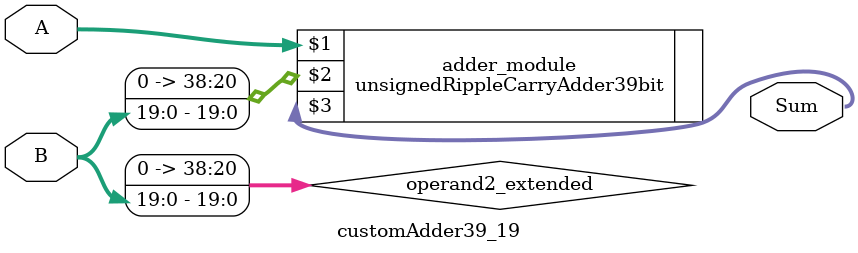
<source format=v>
module customAdder39_19(
                        input [38 : 0] A,
                        input [19 : 0] B,
                        
                        output [39 : 0] Sum
                );

        wire [38 : 0] operand2_extended;
        
        assign operand2_extended =  {19'b0, B};
        
        unsignedRippleCarryAdder39bit adder_module(
            A,
            operand2_extended,
            Sum
        );
        
        endmodule
        
</source>
